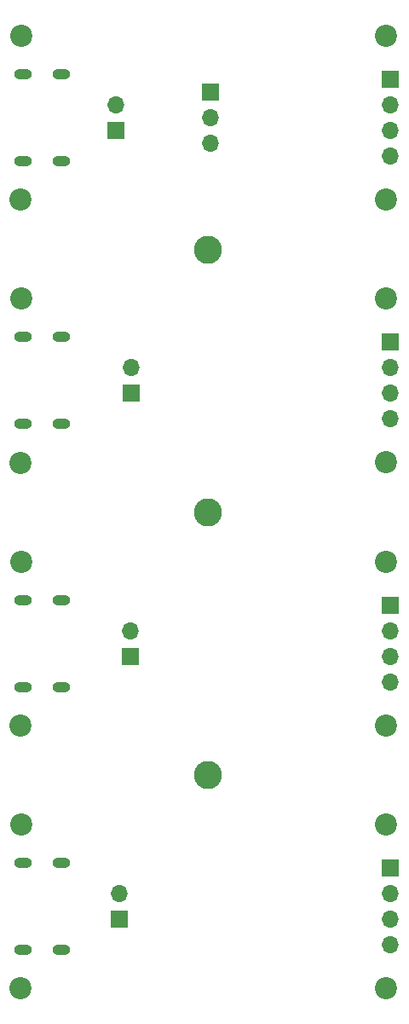
<source format=gbs>
%TF.GenerationSoftware,KiCad,Pcbnew,8.0.1*%
%TF.CreationDate,2024-04-26T14:53:14+08:00*%
%TF.ProjectId,UINIO-Power-LDO,55494e49-4f2d-4506-9f77-65722d4c444f,Version 1.0.0*%
%TF.SameCoordinates,PX7c793c0PY34d0820*%
%TF.FileFunction,Soldermask,Bot*%
%TF.FilePolarity,Negative*%
%FSLAX46Y46*%
G04 Gerber Fmt 4.6, Leading zero omitted, Abs format (unit mm)*
G04 Created by KiCad (PCBNEW 8.0.1) date 2024-04-26 14:53:14*
%MOMM*%
%LPD*%
G01*
G04 APERTURE LIST*
%ADD10C,2.200000*%
%ADD11O,1.800000X1.000000*%
%ADD12R,1.700000X1.700000*%
%ADD13O,1.700000X1.700000*%
%ADD14C,2.800000*%
G04 APERTURE END LIST*
D10*
%TO.C,HOLE\u002A\u002A*%
X-3960000Y-1856667D03*
%TD*%
%TO.C,HOLE\u002A\u002A*%
X32320000Y-54083333D03*
%TD*%
%TO.C,HOLE\u002A\u002A*%
X-3970000Y-44260000D03*
%TD*%
D11*
%TO.C,USB3*%
X90000Y-5676667D03*
X90000Y-14316667D03*
X-3710000Y-5676667D03*
X-3710000Y-14316667D03*
%TD*%
D10*
%TO.C,HOLE\u002A\u002A*%
X32320000Y-27970000D03*
%TD*%
D12*
%TO.C,J7*%
X32770000Y-32310000D03*
D13*
X32770000Y-34850000D03*
X32770000Y-37390000D03*
X32770000Y-39930000D03*
%TD*%
D10*
%TO.C,HOLE\u002A\u002A*%
X32320000Y-80196667D03*
%TD*%
D12*
%TO.C,J3*%
X5516750Y-11271667D03*
D13*
X5516750Y-8731667D03*
%TD*%
D12*
%TO.C,J9*%
X32770000Y-58423333D03*
D13*
X32770000Y-60963333D03*
X32770000Y-63503333D03*
X32770000Y-66043333D03*
%TD*%
D10*
%TO.C,HOLE\u002A\u002A*%
X-3960000Y-27970000D03*
%TD*%
%TO.C,HOLE\u002A\u002A*%
X32320000Y-70363333D03*
%TD*%
D11*
%TO.C,USB4*%
X90000Y-84016667D03*
X90000Y-92656667D03*
X-3710000Y-84016667D03*
X-3710000Y-92656667D03*
%TD*%
D14*
%TO.C,HOLE\u002A\u002A*%
X14640000Y-75260000D03*
%TD*%
D12*
%TO.C,J1*%
X6997600Y-37385000D03*
D13*
X6997600Y-34845000D03*
%TD*%
D10*
%TO.C,HOLE\u002A\u002A*%
X32320000Y-44250000D03*
%TD*%
D12*
%TO.C,J5*%
X32770000Y-6176667D03*
D13*
X32770000Y-8716667D03*
X32770000Y-11256667D03*
X32770000Y-13796667D03*
%TD*%
D10*
%TO.C,HOLE\u002A\u002A*%
X32320000Y-1856667D03*
%TD*%
%TO.C,HOLE\u002A\u002A*%
X-3970000Y-70373333D03*
%TD*%
%TO.C,HOLE\u002A\u002A*%
X-3970000Y-96486667D03*
%TD*%
%TO.C,HOLE\u002A\u002A*%
X32320000Y-18136667D03*
%TD*%
D12*
%TO.C,J2*%
X6882000Y-63498333D03*
D13*
X6882000Y-60958333D03*
%TD*%
D12*
%TO.C,J4*%
X14883250Y-7471667D03*
D13*
X14883250Y-10011667D03*
X14883250Y-12551667D03*
%TD*%
D14*
%TO.C,HOLE\u002A\u002A*%
X14630000Y-49166666D03*
%TD*%
D10*
%TO.C,HOLE\u002A\u002A*%
X-3960000Y-80196667D03*
%TD*%
D12*
%TO.C,J8*%
X32770000Y-84536667D03*
D13*
X32770000Y-87076667D03*
X32770000Y-89616667D03*
X32770000Y-92156667D03*
%TD*%
D12*
%TO.C,J6*%
X5830000Y-89611667D03*
D13*
X5830000Y-87071667D03*
%TD*%
D10*
%TO.C,HOLE\u002A\u002A*%
X-3960000Y-54083333D03*
%TD*%
%TO.C,HOLE\u002A\u002A*%
X-3970000Y-18146667D03*
%TD*%
D14*
%TO.C,HOLE\u002A\u002A*%
X14640000Y-23093333D03*
%TD*%
D11*
%TO.C,USB2*%
X90000Y-57903333D03*
X90000Y-66543333D03*
X-3710000Y-57903333D03*
X-3710000Y-66543333D03*
%TD*%
D10*
%TO.C,HOLE\u002A\u002A*%
X32320000Y-96476667D03*
%TD*%
D11*
%TO.C,USB1*%
X90000Y-31790000D03*
X90000Y-40430000D03*
X-3710000Y-31790000D03*
X-3710000Y-40430000D03*
%TD*%
M02*

</source>
